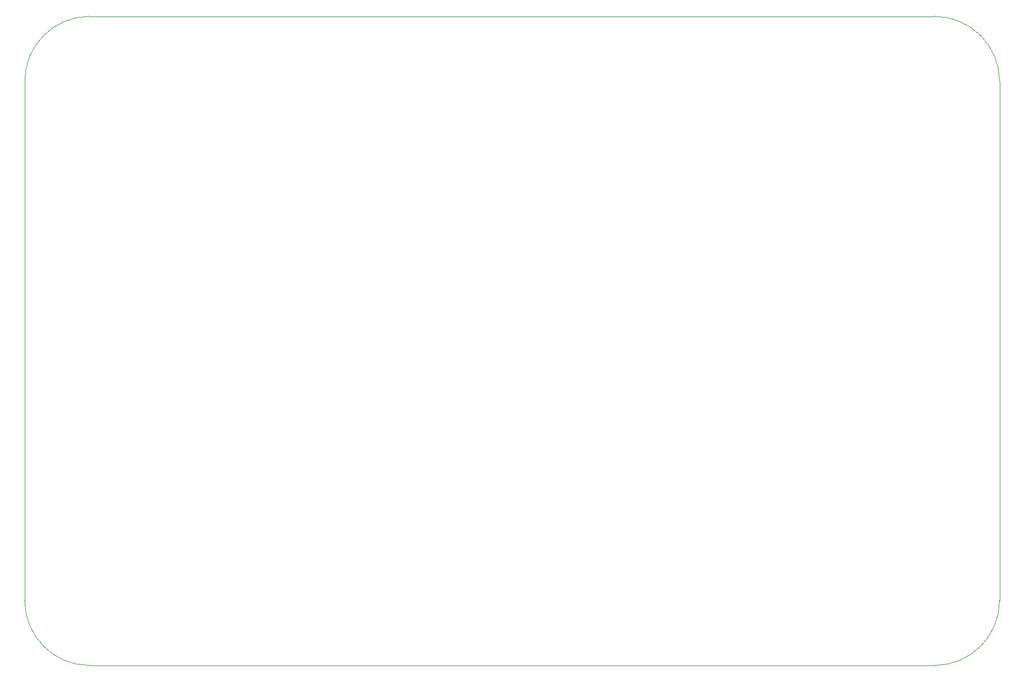
<source format=gbr>
%TF.GenerationSoftware,KiCad,Pcbnew,7.0.1*%
%TF.CreationDate,2023-09-18T22:16:33+09:00*%
%TF.ProjectId,LaunchController,4c61756e-6368-4436-9f6e-74726f6c6c65,rev?*%
%TF.SameCoordinates,Original*%
%TF.FileFunction,Profile,NP*%
%FSLAX46Y46*%
G04 Gerber Fmt 4.6, Leading zero omitted, Abs format (unit mm)*
G04 Created by KiCad (PCBNEW 7.0.1) date 2023-09-18 22:16:33*
%MOMM*%
%LPD*%
G01*
G04 APERTURE LIST*
%TA.AperFunction,Profile*%
%ADD10C,0.100000*%
%TD*%
G04 APERTURE END LIST*
D10*
X0Y-90000000D02*
G75*
G03*
X10000000Y-100000000I10000000J0D01*
G01*
X140000000Y-100000000D02*
G75*
G03*
X150000000Y-90000000I0J10000000D01*
G01*
X140000000Y-100000000D02*
X10000000Y-100000000D01*
X10000000Y0D02*
G75*
G03*
X0Y-10000000I0J-10000000D01*
G01*
X0Y-90000000D02*
X0Y-10000000D01*
X150000000Y-10000000D02*
G75*
G03*
X140000000Y0I-10000000J0D01*
G01*
X150000000Y-10000000D02*
X150000000Y-90000000D01*
X10000000Y0D02*
X140000000Y0D01*
M02*

</source>
